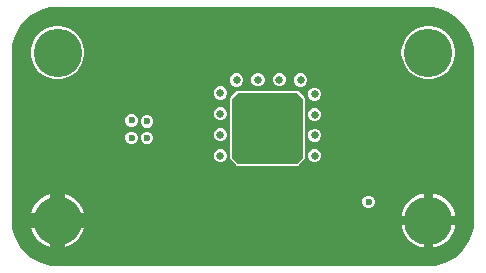
<source format=gbl>
G04*
G04 #@! TF.GenerationSoftware,Altium Limited,Altium Designer,22.3.1 (43)*
G04*
G04 Layer_Physical_Order=4*
G04 Layer_Color=16711680*
%FSLAX25Y25*%
%MOIN*%
G70*
G04*
G04 #@! TF.SameCoordinates,54316C7D-A7D4-46C6-97C7-E01AB4BBD31E*
G04*
G04*
G04 #@! TF.FilePolarity,Positive*
G04*
G01*
G75*
%ADD28C,0.16142*%
%ADD29C,0.02559*%
%ADD30C,0.02362*%
G36*
X125195Y71058D02*
X127669Y70464D01*
X130020Y69490D01*
X132190Y68160D01*
X134125Y66507D01*
X135778Y64572D01*
X137108Y62402D01*
X138082Y60051D01*
X138676Y57576D01*
X138868Y55138D01*
X138848Y55039D01*
Y174D01*
X138866Y82D01*
X138682Y-2264D01*
X138111Y-4642D01*
X137175Y-6901D01*
X135898Y-8986D01*
X134309Y-10845D01*
X132450Y-12433D01*
X130365Y-13711D01*
X128106Y-14646D01*
X125728Y-15217D01*
X123382Y-15402D01*
X123291Y-15384D01*
X0D01*
X-90Y-15402D01*
X-2410Y-15219D01*
X-4761Y-14654D01*
X-6995Y-13729D01*
X-9057Y-12466D01*
X-10896Y-10896D01*
X-12466Y-9057D01*
X-13729Y-6995D01*
X-14654Y-4761D01*
X-15219Y-2410D01*
X-15402Y-90D01*
X-15384Y0D01*
Y55907D01*
X-15401Y55996D01*
X-15219Y58308D01*
X-14657Y60650D01*
X-13736Y62875D01*
X-12477Y64928D01*
X-10913Y66759D01*
X-9082Y68323D01*
X-7028Y69582D01*
X-4803Y70503D01*
X-2461Y71066D01*
X-150Y71248D01*
X-60Y71230D01*
X122657D01*
X122756Y71250D01*
X125195Y71058D01*
D02*
G37*
%LPC*%
G36*
X124427Y64896D02*
X122660D01*
X120926Y64551D01*
X119294Y63875D01*
X117825Y62893D01*
X116575Y61644D01*
X115593Y60174D01*
X114917Y58542D01*
X114572Y56809D01*
Y55042D01*
X114917Y53308D01*
X115593Y51676D01*
X116575Y50207D01*
X117825Y48957D01*
X119294Y47975D01*
X120926Y47299D01*
X122660Y46954D01*
X124427D01*
X126160Y47299D01*
X127793Y47975D01*
X129262Y48957D01*
X130511Y50207D01*
X131493Y51676D01*
X132169Y53308D01*
X132514Y55042D01*
Y56809D01*
X132169Y58542D01*
X131493Y60174D01*
X130511Y61644D01*
X129262Y62893D01*
X127793Y63875D01*
X126160Y64551D01*
X124427Y64896D01*
D02*
G37*
G36*
X805D02*
X-962D01*
X-2695Y64551D01*
X-4328Y63875D01*
X-5797Y62893D01*
X-7047Y61644D01*
X-8029Y60174D01*
X-8705Y58542D01*
X-9050Y56809D01*
Y55042D01*
X-8705Y53308D01*
X-8029Y51676D01*
X-7047Y50207D01*
X-5797Y48957D01*
X-4328Y47975D01*
X-2695Y47299D01*
X-962Y46954D01*
X805D01*
X2538Y47299D01*
X4171Y47975D01*
X5640Y48957D01*
X6889Y50207D01*
X7871Y51676D01*
X8547Y53308D01*
X8892Y55042D01*
Y56809D01*
X8547Y58542D01*
X7871Y60174D01*
X6889Y61644D01*
X5640Y62893D01*
X4171Y63875D01*
X2538Y64551D01*
X805Y64896D01*
D02*
G37*
G36*
X74272Y49103D02*
X73405D01*
X72604Y48771D01*
X71991Y48158D01*
X71659Y47357D01*
Y46490D01*
X71991Y45689D01*
X72604Y45075D01*
X73405Y44744D01*
X74272D01*
X75073Y45075D01*
X75686Y45689D01*
X76018Y46490D01*
Y47357D01*
X75686Y48158D01*
X75073Y48771D01*
X74272Y49103D01*
D02*
G37*
G36*
X67185Y48987D02*
X66318D01*
X65517Y48655D01*
X64904Y48042D01*
X64572Y47241D01*
Y46374D01*
X64904Y45573D01*
X65517Y44960D01*
X66318Y44628D01*
X67185D01*
X67987Y44960D01*
X68600Y45573D01*
X68931Y46374D01*
Y47241D01*
X68600Y48042D01*
X67987Y48655D01*
X67185Y48987D01*
D02*
G37*
G36*
X81359Y48951D02*
X80492D01*
X79690Y48619D01*
X79077Y48006D01*
X78746Y47205D01*
Y46338D01*
X79077Y45537D01*
X79690Y44924D01*
X80492Y44592D01*
X81359D01*
X82160Y44924D01*
X82773Y45537D01*
X83105Y46338D01*
Y47205D01*
X82773Y48006D01*
X82160Y48619D01*
X81359Y48951D01*
D02*
G37*
G36*
X60099D02*
X59232D01*
X58431Y48619D01*
X57818Y48006D01*
X57486Y47205D01*
Y46338D01*
X57818Y45537D01*
X58431Y44924D01*
X59232Y44592D01*
X60099D01*
X60900Y44924D01*
X61513Y45537D01*
X61845Y46338D01*
Y47205D01*
X61513Y48006D01*
X60900Y48619D01*
X60099Y48951D01*
D02*
G37*
G36*
X54587Y44620D02*
X53720D01*
X52919Y44289D01*
X52306Y43676D01*
X51974Y42874D01*
Y42007D01*
X52306Y41206D01*
X52919Y40593D01*
X53720Y40261D01*
X54587D01*
X55388Y40593D01*
X56001Y41206D01*
X56333Y42007D01*
Y42874D01*
X56001Y43676D01*
X55388Y44289D01*
X54587Y44620D01*
D02*
G37*
G36*
X86083Y44227D02*
X85216D01*
X84415Y43895D01*
X83802Y43282D01*
X83470Y42481D01*
Y41614D01*
X83802Y40813D01*
X84415Y40199D01*
X85216Y39868D01*
X86083D01*
X86884Y40199D01*
X87497Y40813D01*
X87829Y41614D01*
Y42481D01*
X87497Y43282D01*
X86884Y43895D01*
X86083Y44227D01*
D02*
G37*
G36*
X54587Y37628D02*
X53720D01*
X52919Y37297D01*
X52306Y36683D01*
X51974Y35882D01*
Y35015D01*
X52306Y34214D01*
X52919Y33601D01*
X53720Y33269D01*
X54587D01*
X55388Y33601D01*
X56001Y34214D01*
X56333Y35015D01*
Y35882D01*
X56001Y36683D01*
X55388Y37297D01*
X54587Y37628D01*
D02*
G37*
G36*
X86024Y37402D02*
X85157D01*
X84356Y37071D01*
X83743Y36458D01*
X83411Y35656D01*
Y34789D01*
X83743Y33988D01*
X84356Y33375D01*
X85157Y33044D01*
X86024D01*
X86825Y33375D01*
X87438Y33988D01*
X87770Y34789D01*
Y35656D01*
X87438Y36458D01*
X86825Y37071D01*
X86024Y37402D01*
D02*
G37*
G36*
X25040Y35368D02*
X24212D01*
X23447Y35052D01*
X22862Y34466D01*
X22545Y33701D01*
Y32873D01*
X22862Y32109D01*
X23447Y31523D01*
X24212Y31206D01*
X25040D01*
X25805Y31523D01*
X26390Y32109D01*
X26707Y32873D01*
Y33701D01*
X26390Y34466D01*
X25805Y35052D01*
X25040Y35368D01*
D02*
G37*
G36*
X30158Y35073D02*
X29330D01*
X28565Y34756D01*
X27980Y34171D01*
X27663Y33406D01*
Y32578D01*
X27980Y31813D01*
X28565Y31228D01*
X29330Y30911D01*
X30158D01*
X30923Y31228D01*
X31508Y31813D01*
X31825Y32578D01*
Y33406D01*
X31508Y34171D01*
X30923Y34756D01*
X30158Y35073D01*
D02*
G37*
G36*
X54587Y30636D02*
X53720D01*
X52919Y30304D01*
X52306Y29691D01*
X51974Y28890D01*
Y28023D01*
X52306Y27222D01*
X52919Y26609D01*
X53720Y26277D01*
X54587D01*
X55388Y26609D01*
X56001Y27222D01*
X56333Y28023D01*
Y28890D01*
X56001Y29691D01*
X55388Y30304D01*
X54587Y30636D01*
D02*
G37*
G36*
X86139Y30578D02*
X85272D01*
X84471Y30247D01*
X83858Y29634D01*
X83526Y28832D01*
Y27965D01*
X83858Y27164D01*
X84471Y26551D01*
X85272Y26219D01*
X86139D01*
X86940Y26551D01*
X87553Y27164D01*
X87885Y27965D01*
Y28832D01*
X87553Y29634D01*
X86940Y30247D01*
X86139Y30578D01*
D02*
G37*
G36*
X30158Y29561D02*
X29330D01*
X28565Y29245D01*
X27980Y28659D01*
X27663Y27894D01*
Y27066D01*
X27980Y26301D01*
X28565Y25716D01*
X29330Y25399D01*
X30158D01*
X30923Y25716D01*
X31508Y26301D01*
X31825Y27066D01*
Y27894D01*
X31508Y28659D01*
X30923Y29245D01*
X30158Y29561D01*
D02*
G37*
G36*
X25040D02*
X24212D01*
X23447Y29245D01*
X22862Y28659D01*
X22545Y27894D01*
Y27066D01*
X22862Y26301D01*
X23447Y25716D01*
X24212Y25399D01*
X25040D01*
X25805Y25716D01*
X26390Y26301D01*
X26707Y27066D01*
Y27894D01*
X26390Y28659D01*
X25805Y29245D01*
X25040Y29561D01*
D02*
G37*
G36*
X86083Y23754D02*
X85216D01*
X84415Y23423D01*
X83802Y22809D01*
X83470Y22008D01*
Y21141D01*
X83802Y20340D01*
X84415Y19727D01*
X85216Y19395D01*
X86083D01*
X86884Y19727D01*
X87497Y20340D01*
X87829Y21141D01*
Y22008D01*
X87497Y22809D01*
X86884Y23423D01*
X86083Y23754D01*
D02*
G37*
G36*
X54587Y23644D02*
X53720D01*
X52919Y23312D01*
X52306Y22699D01*
X51974Y21898D01*
Y21031D01*
X52306Y20230D01*
X52919Y19617D01*
X53720Y19285D01*
X54587D01*
X55388Y19617D01*
X56001Y20230D01*
X56333Y21031D01*
Y21898D01*
X56001Y22699D01*
X55388Y23312D01*
X54587Y23644D01*
D02*
G37*
G36*
X79744Y43155D02*
X60059D01*
X59786Y43100D01*
X59554Y42946D01*
X57586Y40977D01*
X57431Y40745D01*
X57377Y40472D01*
Y20787D01*
X57431Y20514D01*
X57586Y20283D01*
X59554Y18314D01*
X59786Y18159D01*
X60059Y18105D01*
X79744D01*
X80017Y18159D01*
X80249Y18314D01*
X82217Y20283D01*
X82217Y20283D01*
X82372Y20514D01*
X82426Y20787D01*
Y40472D01*
X82372Y40745D01*
X82217Y40977D01*
X82217Y40977D01*
X80249Y42946D01*
X80017Y43100D01*
X79744Y43155D01*
D02*
G37*
G36*
X104016Y8242D02*
X103188D01*
X102423Y7926D01*
X101838Y7340D01*
X101521Y6575D01*
Y5747D01*
X101838Y4983D01*
X102423Y4397D01*
X103188Y4080D01*
X104016D01*
X104781Y4397D01*
X105367Y4983D01*
X105683Y5747D01*
Y6575D01*
X105367Y7340D01*
X104781Y7926D01*
X104016Y8242D01*
D02*
G37*
G36*
X2421Y8672D02*
Y2421D01*
X8672D01*
X8643Y2567D01*
X7960Y4218D01*
X6967Y5703D01*
X5703Y6967D01*
X4218Y7960D01*
X2567Y8643D01*
X2421Y8672D01*
D02*
G37*
G36*
X-2579D02*
X-2725Y8643D01*
X-4375Y7960D01*
X-5861Y6967D01*
X-7125Y5703D01*
X-8117Y4218D01*
X-8801Y2567D01*
X-8830Y2421D01*
X-2579D01*
Y8672D01*
D02*
G37*
G36*
X125043Y8871D02*
Y1421D01*
X132493D01*
X132265Y2567D01*
X131582Y4218D01*
X130589Y5703D01*
X129326Y6967D01*
X127840Y7960D01*
X126189Y8643D01*
X125043Y8871D01*
D02*
G37*
G36*
X122043D02*
X120897Y8643D01*
X119247Y7960D01*
X117761Y6967D01*
X116497Y5703D01*
X115505Y4218D01*
X114821Y2567D01*
X114593Y1421D01*
X122043D01*
Y8871D01*
D02*
G37*
G36*
X8672Y-2579D02*
X2421D01*
Y-8830D01*
X2567Y-8801D01*
X4218Y-8117D01*
X5703Y-7125D01*
X6967Y-5861D01*
X7960Y-4375D01*
X8643Y-2725D01*
X8672Y-2579D01*
D02*
G37*
G36*
X-2579D02*
X-8830D01*
X-8801Y-2725D01*
X-8117Y-4375D01*
X-7125Y-5861D01*
X-5861Y-7125D01*
X-4375Y-8117D01*
X-2725Y-8801D01*
X-2579Y-8830D01*
Y-2579D01*
D02*
G37*
G36*
X132493Y-1579D02*
X125043D01*
Y-9029D01*
X126189Y-8801D01*
X127840Y-8117D01*
X129326Y-7125D01*
X130589Y-5861D01*
X131582Y-4375D01*
X132265Y-2725D01*
X132493Y-1579D01*
D02*
G37*
G36*
X122043D02*
X114593D01*
X114821Y-2725D01*
X115505Y-4375D01*
X116497Y-5861D01*
X117761Y-7125D01*
X119247Y-8117D01*
X120897Y-8801D01*
X122043Y-9029D01*
Y-1579D01*
D02*
G37*
%LPD*%
G36*
X81713Y40472D02*
X81713D01*
Y20787D01*
X81713D01*
X79744Y18819D01*
X60059D01*
X58091Y20787D01*
Y40472D01*
X60059Y42441D01*
X79744D01*
X81713Y40472D01*
D02*
G37*
D28*
X123543Y55925D02*
D03*
X-79D02*
D03*
X123543Y-79D02*
D03*
X-79D02*
D03*
D29*
X54154Y42441D02*
D03*
X78957Y21575D02*
D03*
X74429D02*
D03*
X69902D02*
D03*
X65374D02*
D03*
X60846D02*
D03*
X78957Y39685D02*
D03*
X60846D02*
D03*
X54154Y21464D02*
D03*
Y35449D02*
D03*
Y28457D02*
D03*
X80925Y46772D02*
D03*
X66752Y46808D02*
D03*
X73839Y46923D02*
D03*
X59665Y46772D02*
D03*
X85590Y35223D02*
D03*
X85706Y28399D02*
D03*
X85650Y21575D02*
D03*
Y42047D02*
D03*
X65374Y26102D02*
D03*
Y30630D02*
D03*
X69902D02*
D03*
Y26102D02*
D03*
X74429D02*
D03*
Y30630D02*
D03*
Y35157D02*
D03*
X69902D02*
D03*
X65374D02*
D03*
X60846D02*
D03*
Y30630D02*
D03*
Y26102D02*
D03*
X78957D02*
D03*
Y30630D02*
D03*
Y35157D02*
D03*
X74429Y39685D02*
D03*
X69902D02*
D03*
X65374D02*
D03*
D30*
X-9626Y30236D02*
D03*
X-10807Y47559D02*
D03*
X-10413Y9370D02*
D03*
X2185Y14488D02*
D03*
X91555Y13701D02*
D03*
X100610Y64094D02*
D03*
X41161Y59370D02*
D03*
X38405Y67244D02*
D03*
X59272Y66457D02*
D03*
X70689Y66850D02*
D03*
X88012Y64094D02*
D03*
X107303Y57402D02*
D03*
X104154Y31417D02*
D03*
X113602Y28661D02*
D03*
X132500Y30630D02*
D03*
X132894Y43228D02*
D03*
X134468Y8976D02*
D03*
X96673Y-11102D02*
D03*
X110059Y-7559D02*
D03*
X117539Y-11890D02*
D03*
X104154Y-11496D02*
D03*
X86043Y-11102D02*
D03*
X46279Y-11890D02*
D03*
X62815Y-5197D02*
D03*
X74626Y-9921D02*
D03*
X58091D02*
D03*
X49823Y315D02*
D03*
X40768Y-7953D02*
D03*
X23839Y-4803D02*
D03*
X31712Y-11496D02*
D03*
X13209Y-9528D02*
D03*
X15965Y19606D02*
D03*
X20295Y11338D02*
D03*
X17146Y315D02*
D03*
X-571Y26693D02*
D03*
X-8839Y20787D02*
D03*
X-8445Y39291D02*
D03*
X25020Y62913D02*
D03*
X13996Y64488D02*
D03*
X15965Y54646D02*
D03*
X17933Y45984D02*
D03*
X9272Y41653D02*
D03*
X15965Y37323D02*
D03*
X46673Y64094D02*
D03*
X35256Y49921D02*
D03*
X31712Y62520D02*
D03*
X26594Y51102D02*
D03*
X34075Y41260D02*
D03*
X42736Y40079D02*
D03*
X45886Y51890D02*
D03*
X55335Y60551D02*
D03*
X67146Y60945D02*
D03*
X79744Y59764D02*
D03*
X93917Y52677D02*
D03*
X104941Y46772D02*
D03*
X97461Y23937D02*
D03*
X114390Y38110D02*
D03*
X109665Y20394D02*
D03*
X101398Y14094D02*
D03*
X96280Y38110D02*
D03*
X105335Y315D02*
D03*
X101398Y-4803D02*
D03*
X95886D02*
D03*
X89980Y-4409D02*
D03*
X78563Y-3622D02*
D03*
X74232Y-2835D02*
D03*
X84468Y-3622D02*
D03*
X68327Y709D02*
D03*
Y7795D02*
D03*
X53366Y10157D02*
D03*
X46673Y18425D02*
D03*
X37224Y19212D02*
D03*
X30531Y20394D02*
D03*
X124827Y15118D02*
D03*
X29744Y32992D02*
D03*
Y27480D02*
D03*
X103602Y6161D02*
D03*
X24626Y27480D02*
D03*
Y33287D02*
D03*
M02*

</source>
